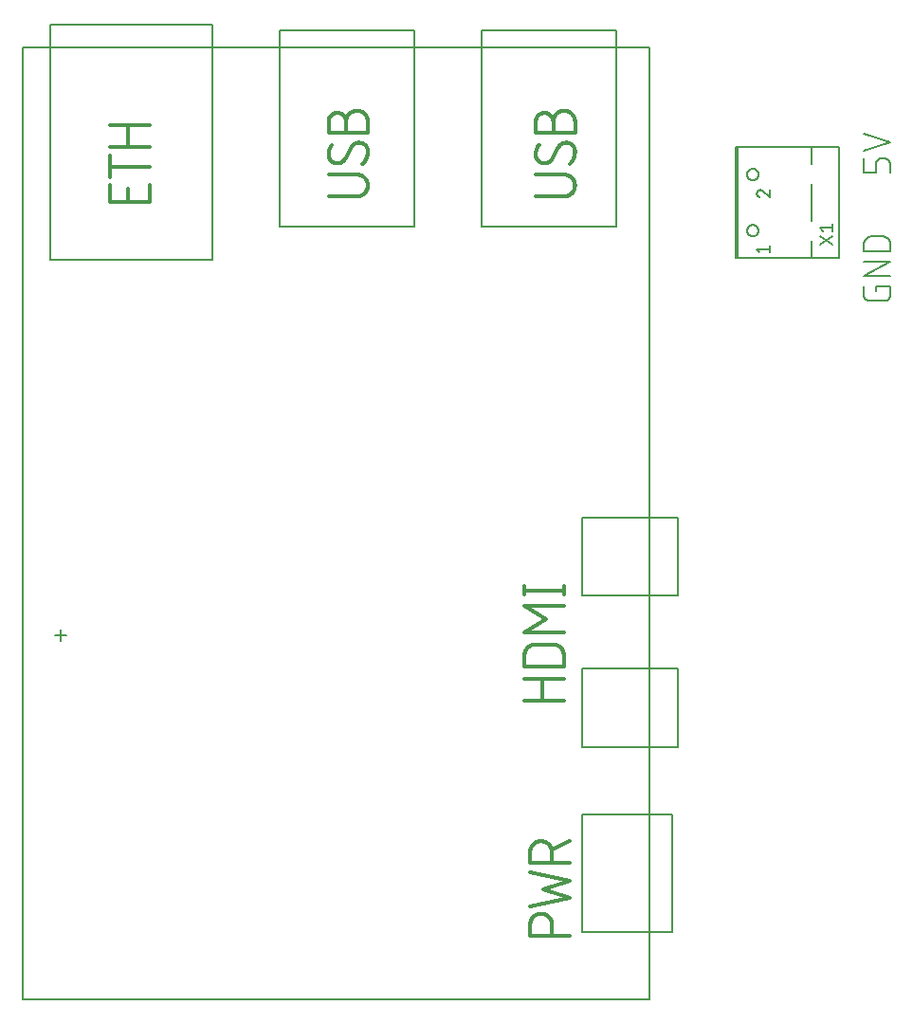
<source format=gbr>
G04 EAGLE Gerber RS-274X export*
G75*
%MOMM*%
%FSLAX34Y34*%
%LPD*%
%INSilkscreen Top*%
%IPPOS*%
%AMOC8*
5,1,8,0,0,1.08239X$1,22.5*%
G01*
%ADD10C,0.203200*%
%ADD11C,0.127000*%
%ADD12C,0.304800*%
%ADD13C,0.152400*%


D10*
X875284Y826516D02*
X875284Y834305D01*
X875282Y834448D01*
X875276Y834591D01*
X875266Y834734D01*
X875252Y834876D01*
X875235Y835018D01*
X875213Y835160D01*
X875188Y835301D01*
X875158Y835441D01*
X875125Y835580D01*
X875088Y835718D01*
X875047Y835855D01*
X875003Y835991D01*
X874954Y836126D01*
X874902Y836259D01*
X874847Y836391D01*
X874787Y836521D01*
X874724Y836650D01*
X874658Y836777D01*
X874588Y836902D01*
X874515Y837024D01*
X874438Y837145D01*
X874358Y837264D01*
X874275Y837380D01*
X874189Y837495D01*
X874100Y837606D01*
X874007Y837716D01*
X873912Y837822D01*
X873813Y837926D01*
X873712Y838027D01*
X873608Y838126D01*
X873502Y838221D01*
X873392Y838314D01*
X873281Y838403D01*
X873166Y838489D01*
X873050Y838572D01*
X872931Y838652D01*
X872810Y838729D01*
X872688Y838802D01*
X872563Y838872D01*
X872436Y838938D01*
X872307Y839001D01*
X872177Y839061D01*
X872045Y839116D01*
X871912Y839168D01*
X871777Y839217D01*
X871641Y839261D01*
X871504Y839302D01*
X871366Y839339D01*
X871227Y839372D01*
X871087Y839402D01*
X870946Y839427D01*
X870804Y839449D01*
X870662Y839466D01*
X870520Y839480D01*
X870377Y839490D01*
X870234Y839496D01*
X870091Y839498D01*
X867495Y839498D01*
X867352Y839496D01*
X867209Y839490D01*
X867066Y839480D01*
X866924Y839466D01*
X866782Y839449D01*
X866640Y839427D01*
X866499Y839402D01*
X866359Y839372D01*
X866220Y839339D01*
X866082Y839302D01*
X865945Y839261D01*
X865809Y839217D01*
X865674Y839168D01*
X865541Y839116D01*
X865409Y839061D01*
X865279Y839001D01*
X865150Y838938D01*
X865023Y838872D01*
X864899Y838802D01*
X864776Y838729D01*
X864655Y838652D01*
X864536Y838572D01*
X864420Y838489D01*
X864305Y838403D01*
X864194Y838314D01*
X864084Y838221D01*
X863978Y838126D01*
X863874Y838027D01*
X863773Y837926D01*
X863674Y837822D01*
X863579Y837716D01*
X863486Y837606D01*
X863397Y837495D01*
X863311Y837380D01*
X863228Y837264D01*
X863148Y837145D01*
X863071Y837024D01*
X862998Y836902D01*
X862928Y836777D01*
X862862Y836650D01*
X862799Y836521D01*
X862739Y836391D01*
X862684Y836259D01*
X862632Y836126D01*
X862583Y835991D01*
X862539Y835855D01*
X862498Y835718D01*
X862461Y835580D01*
X862428Y835441D01*
X862398Y835301D01*
X862373Y835160D01*
X862351Y835018D01*
X862334Y834876D01*
X862320Y834734D01*
X862310Y834591D01*
X862304Y834448D01*
X862302Y834305D01*
X862302Y826516D01*
X851916Y826516D01*
X851916Y839498D01*
X851916Y846097D02*
X875284Y853886D01*
X851916Y861675D01*
X862302Y725198D02*
X862302Y721304D01*
X862302Y725198D02*
X875284Y725198D01*
X875284Y717409D01*
X875282Y717266D01*
X875276Y717123D01*
X875266Y716980D01*
X875252Y716838D01*
X875235Y716696D01*
X875213Y716554D01*
X875188Y716413D01*
X875158Y716273D01*
X875125Y716134D01*
X875088Y715996D01*
X875047Y715859D01*
X875003Y715723D01*
X874954Y715588D01*
X874902Y715455D01*
X874847Y715323D01*
X874787Y715193D01*
X874724Y715064D01*
X874658Y714937D01*
X874588Y714813D01*
X874515Y714690D01*
X874438Y714569D01*
X874358Y714450D01*
X874275Y714334D01*
X874189Y714219D01*
X874100Y714108D01*
X874007Y713998D01*
X873912Y713892D01*
X873813Y713788D01*
X873712Y713687D01*
X873608Y713588D01*
X873502Y713493D01*
X873392Y713400D01*
X873281Y713311D01*
X873166Y713225D01*
X873050Y713142D01*
X872931Y713062D01*
X872810Y712985D01*
X872688Y712912D01*
X872563Y712842D01*
X872436Y712776D01*
X872307Y712713D01*
X872177Y712653D01*
X872045Y712598D01*
X871912Y712546D01*
X871777Y712497D01*
X871641Y712453D01*
X871504Y712412D01*
X871366Y712375D01*
X871227Y712342D01*
X871087Y712312D01*
X870946Y712287D01*
X870804Y712265D01*
X870662Y712248D01*
X870520Y712234D01*
X870377Y712224D01*
X870234Y712218D01*
X870091Y712216D01*
X857109Y712216D01*
X856966Y712218D01*
X856823Y712224D01*
X856680Y712234D01*
X856538Y712248D01*
X856396Y712265D01*
X856254Y712287D01*
X856113Y712312D01*
X855973Y712342D01*
X855834Y712375D01*
X855696Y712412D01*
X855559Y712453D01*
X855423Y712497D01*
X855288Y712546D01*
X855155Y712598D01*
X855023Y712653D01*
X854893Y712713D01*
X854764Y712776D01*
X854637Y712842D01*
X854513Y712912D01*
X854390Y712985D01*
X854269Y713062D01*
X854150Y713141D01*
X854034Y713225D01*
X853919Y713311D01*
X853808Y713400D01*
X853699Y713493D01*
X853592Y713588D01*
X853488Y713687D01*
X853387Y713788D01*
X853288Y713892D01*
X853193Y713998D01*
X853100Y714108D01*
X853011Y714219D01*
X852925Y714333D01*
X852842Y714450D01*
X852762Y714569D01*
X852685Y714690D01*
X852612Y714812D01*
X852542Y714937D01*
X852476Y715064D01*
X852413Y715193D01*
X852353Y715323D01*
X852298Y715455D01*
X852246Y715588D01*
X852197Y715723D01*
X852153Y715859D01*
X852112Y715996D01*
X852075Y716134D01*
X852042Y716273D01*
X852012Y716413D01*
X851987Y716554D01*
X851965Y716696D01*
X851948Y716838D01*
X851934Y716980D01*
X851924Y717123D01*
X851918Y717266D01*
X851916Y717409D01*
X851916Y725198D01*
X851916Y734487D02*
X875284Y734487D01*
X875284Y747469D02*
X851916Y734487D01*
X851916Y747469D02*
X875284Y747469D01*
X875284Y756757D02*
X851916Y756757D01*
X851916Y763248D01*
X851918Y763407D01*
X851924Y763566D01*
X851934Y763726D01*
X851947Y763884D01*
X851965Y764043D01*
X851986Y764200D01*
X852012Y764358D01*
X852041Y764514D01*
X852074Y764670D01*
X852111Y764825D01*
X852151Y764979D01*
X852196Y765132D01*
X852244Y765284D01*
X852295Y765435D01*
X852351Y765584D01*
X852410Y765732D01*
X852473Y765878D01*
X852539Y766023D01*
X852609Y766166D01*
X852682Y766308D01*
X852759Y766447D01*
X852839Y766585D01*
X852923Y766721D01*
X853010Y766854D01*
X853100Y766986D01*
X853193Y767115D01*
X853290Y767241D01*
X853389Y767366D01*
X853492Y767488D01*
X853597Y767607D01*
X853706Y767724D01*
X853817Y767838D01*
X853931Y767949D01*
X854048Y768058D01*
X854167Y768163D01*
X854289Y768266D01*
X854414Y768365D01*
X854540Y768462D01*
X854669Y768555D01*
X854801Y768645D01*
X854934Y768732D01*
X855070Y768816D01*
X855208Y768896D01*
X855347Y768973D01*
X855489Y769046D01*
X855632Y769116D01*
X855777Y769182D01*
X855923Y769245D01*
X856071Y769304D01*
X856220Y769360D01*
X856371Y769411D01*
X856523Y769459D01*
X856676Y769504D01*
X856830Y769544D01*
X856985Y769581D01*
X857141Y769614D01*
X857297Y769643D01*
X857455Y769669D01*
X857612Y769690D01*
X857771Y769708D01*
X857929Y769721D01*
X858089Y769731D01*
X858248Y769737D01*
X858407Y769739D01*
X858407Y769740D02*
X868793Y769740D01*
X868793Y769739D02*
X868952Y769737D01*
X869111Y769731D01*
X869271Y769721D01*
X869429Y769708D01*
X869588Y769690D01*
X869745Y769669D01*
X869903Y769643D01*
X870059Y769614D01*
X870215Y769581D01*
X870370Y769544D01*
X870524Y769504D01*
X870677Y769459D01*
X870829Y769411D01*
X870980Y769360D01*
X871129Y769304D01*
X871277Y769245D01*
X871423Y769182D01*
X871568Y769116D01*
X871711Y769046D01*
X871853Y768973D01*
X871992Y768896D01*
X872130Y768816D01*
X872266Y768732D01*
X872399Y768645D01*
X872531Y768555D01*
X872660Y768462D01*
X872786Y768365D01*
X872911Y768266D01*
X873033Y768163D01*
X873152Y768058D01*
X873269Y767949D01*
X873383Y767838D01*
X873494Y767724D01*
X873603Y767607D01*
X873708Y767488D01*
X873811Y767366D01*
X873910Y767241D01*
X874007Y767115D01*
X874100Y766986D01*
X874190Y766854D01*
X874277Y766721D01*
X874361Y766585D01*
X874441Y766447D01*
X874518Y766308D01*
X874591Y766166D01*
X874661Y766023D01*
X874727Y765878D01*
X874790Y765732D01*
X874849Y765584D01*
X874905Y765435D01*
X874956Y765284D01*
X875005Y765132D01*
X875049Y764979D01*
X875089Y764825D01*
X875126Y764670D01*
X875159Y764514D01*
X875188Y764358D01*
X875214Y764200D01*
X875235Y764043D01*
X875253Y763884D01*
X875266Y763725D01*
X875276Y763566D01*
X875282Y763407D01*
X875284Y763248D01*
X875284Y756757D01*
D11*
X660400Y938900D02*
X660400Y88900D01*
X660400Y938900D02*
X100400Y938900D01*
X100400Y88900D01*
X660400Y88900D01*
X125400Y748900D02*
X125400Y958900D01*
X125400Y748900D02*
X270400Y748900D01*
X270400Y958900D01*
X125400Y958900D01*
X330400Y953900D02*
X450400Y953900D01*
X330400Y953900D02*
X330400Y778900D01*
X450400Y778900D01*
X450400Y953900D01*
X510400Y953900D02*
X630400Y953900D01*
X510400Y953900D02*
X510400Y778900D01*
X630400Y778900D01*
X630400Y953900D01*
D12*
X399139Y805424D02*
X373824Y805424D01*
X399139Y805424D02*
X399376Y805427D01*
X399613Y805436D01*
X399850Y805450D01*
X400086Y805470D01*
X400322Y805496D01*
X400557Y805528D01*
X400791Y805565D01*
X401024Y805608D01*
X401256Y805657D01*
X401487Y805711D01*
X401716Y805771D01*
X401944Y805837D01*
X402170Y805908D01*
X402395Y805984D01*
X402617Y806066D01*
X402838Y806154D01*
X403056Y806247D01*
X403272Y806345D01*
X403485Y806448D01*
X403696Y806556D01*
X403904Y806670D01*
X404110Y806788D01*
X404312Y806912D01*
X404512Y807040D01*
X404708Y807174D01*
X404901Y807312D01*
X405090Y807454D01*
X405276Y807601D01*
X405458Y807753D01*
X405637Y807909D01*
X405811Y808070D01*
X405982Y808234D01*
X406149Y808403D01*
X406311Y808575D01*
X406469Y808752D01*
X406623Y808933D01*
X406773Y809117D01*
X406918Y809304D01*
X407058Y809495D01*
X407194Y809690D01*
X407324Y809888D01*
X407450Y810089D01*
X407571Y810293D01*
X407688Y810499D01*
X407799Y810709D01*
X407904Y810921D01*
X408005Y811136D01*
X408100Y811353D01*
X408190Y811572D01*
X408275Y811794D01*
X408354Y812017D01*
X408428Y812242D01*
X408497Y812470D01*
X408559Y812698D01*
X408617Y812928D01*
X408668Y813160D01*
X408714Y813392D01*
X408754Y813626D01*
X408789Y813861D01*
X408818Y814096D01*
X408841Y814332D01*
X408858Y814569D01*
X408870Y814805D01*
X408875Y815042D01*
X408875Y815280D01*
X408870Y815517D01*
X408858Y815753D01*
X408841Y815990D01*
X408818Y816226D01*
X408789Y816461D01*
X408754Y816696D01*
X408714Y816930D01*
X408668Y817162D01*
X408617Y817394D01*
X408559Y817624D01*
X408497Y817852D01*
X408428Y818080D01*
X408354Y818305D01*
X408275Y818528D01*
X408190Y818750D01*
X408100Y818969D01*
X408005Y819186D01*
X407904Y819401D01*
X407799Y819613D01*
X407688Y819823D01*
X407571Y820030D01*
X407450Y820233D01*
X407324Y820434D01*
X407194Y820632D01*
X407058Y820827D01*
X406918Y821018D01*
X406773Y821205D01*
X406623Y821389D01*
X406469Y821570D01*
X406311Y821747D01*
X406149Y821919D01*
X405982Y822088D01*
X405811Y822252D01*
X405637Y822413D01*
X405458Y822569D01*
X405276Y822721D01*
X405090Y822868D01*
X404901Y823010D01*
X404708Y823148D01*
X404512Y823282D01*
X404312Y823410D01*
X404110Y823534D01*
X403904Y823652D01*
X403696Y823766D01*
X403485Y823874D01*
X403272Y823977D01*
X403056Y824075D01*
X402838Y824168D01*
X402617Y824256D01*
X402395Y824338D01*
X402170Y824414D01*
X401944Y824485D01*
X401716Y824551D01*
X401487Y824611D01*
X401256Y824665D01*
X401024Y824714D01*
X400791Y824757D01*
X400557Y824794D01*
X400322Y824826D01*
X400086Y824852D01*
X399850Y824872D01*
X399613Y824886D01*
X399376Y824895D01*
X399139Y824898D01*
X399139Y824897D02*
X373824Y824897D01*
X401087Y853472D02*
X401275Y853470D01*
X401463Y853463D01*
X401651Y853452D01*
X401839Y853436D01*
X402026Y853415D01*
X402212Y853390D01*
X402398Y853361D01*
X402583Y853327D01*
X402768Y853288D01*
X402951Y853246D01*
X403133Y853198D01*
X403314Y853147D01*
X403494Y853091D01*
X403672Y853030D01*
X403849Y852966D01*
X404024Y852897D01*
X404198Y852824D01*
X404369Y852747D01*
X404539Y852665D01*
X404707Y852580D01*
X404872Y852490D01*
X405036Y852397D01*
X405197Y852300D01*
X405355Y852198D01*
X405512Y852093D01*
X405665Y851984D01*
X405816Y851872D01*
X405964Y851756D01*
X406110Y851636D01*
X406252Y851513D01*
X406391Y851387D01*
X406528Y851257D01*
X406661Y851124D01*
X406791Y850987D01*
X406917Y850848D01*
X407040Y850706D01*
X407160Y850560D01*
X407276Y850412D01*
X407388Y850261D01*
X407497Y850108D01*
X407602Y849951D01*
X407704Y849793D01*
X407801Y849632D01*
X407894Y849468D01*
X407984Y849303D01*
X408069Y849135D01*
X408151Y848965D01*
X408228Y848794D01*
X408301Y848620D01*
X408370Y848445D01*
X408434Y848268D01*
X408495Y848090D01*
X408551Y847910D01*
X408602Y847729D01*
X408650Y847547D01*
X408692Y847364D01*
X408731Y847179D01*
X408765Y846994D01*
X408794Y846808D01*
X408819Y846622D01*
X408840Y846435D01*
X408856Y846247D01*
X408867Y846059D01*
X408874Y845871D01*
X408876Y845683D01*
X408871Y845289D01*
X408857Y844896D01*
X408834Y844503D01*
X408801Y844111D01*
X408758Y843719D01*
X408707Y843329D01*
X408646Y842940D01*
X408575Y842552D01*
X408496Y842167D01*
X408407Y841783D01*
X408309Y841402D01*
X408202Y841023D01*
X408086Y840647D01*
X407961Y840274D01*
X407828Y839903D01*
X407685Y839536D01*
X407533Y839173D01*
X407373Y838813D01*
X407205Y838457D01*
X407028Y838106D01*
X406842Y837759D01*
X406648Y837416D01*
X406447Y837078D01*
X406237Y836745D01*
X406019Y836417D01*
X405793Y836094D01*
X405560Y835777D01*
X405319Y835465D01*
X405071Y835160D01*
X404816Y834860D01*
X404553Y834567D01*
X404284Y834280D01*
X404008Y833999D01*
X381613Y834973D02*
X381425Y834975D01*
X381237Y834982D01*
X381049Y834993D01*
X380861Y835009D01*
X380674Y835030D01*
X380488Y835055D01*
X380302Y835084D01*
X380117Y835118D01*
X379932Y835157D01*
X379749Y835199D01*
X379567Y835247D01*
X379386Y835298D01*
X379206Y835354D01*
X379028Y835415D01*
X378851Y835479D01*
X378676Y835548D01*
X378502Y835621D01*
X378331Y835698D01*
X378161Y835780D01*
X377993Y835865D01*
X377828Y835955D01*
X377664Y836048D01*
X377503Y836145D01*
X377345Y836247D01*
X377188Y836352D01*
X377035Y836461D01*
X376884Y836573D01*
X376736Y836689D01*
X376590Y836809D01*
X376448Y836932D01*
X376309Y837058D01*
X376172Y837188D01*
X376039Y837321D01*
X375909Y837458D01*
X375783Y837597D01*
X375660Y837739D01*
X375540Y837885D01*
X375424Y838033D01*
X375312Y838184D01*
X375203Y838337D01*
X375098Y838494D01*
X374996Y838652D01*
X374899Y838813D01*
X374806Y838977D01*
X374716Y839142D01*
X374631Y839310D01*
X374549Y839480D01*
X374472Y839651D01*
X374399Y839825D01*
X374330Y840000D01*
X374266Y840177D01*
X374205Y840355D01*
X374149Y840535D01*
X374098Y840716D01*
X374050Y840898D01*
X374008Y841081D01*
X373969Y841266D01*
X373935Y841451D01*
X373906Y841637D01*
X373881Y841823D01*
X373860Y842010D01*
X373844Y842198D01*
X373833Y842386D01*
X373826Y842574D01*
X373824Y842762D01*
X373828Y843110D01*
X373841Y843458D01*
X373861Y843805D01*
X373890Y844152D01*
X373928Y844498D01*
X373973Y844843D01*
X374027Y845187D01*
X374089Y845530D01*
X374159Y845871D01*
X374237Y846210D01*
X374323Y846547D01*
X374417Y846882D01*
X374519Y847215D01*
X374630Y847545D01*
X374747Y847873D01*
X374873Y848197D01*
X375006Y848519D01*
X375147Y848837D01*
X375296Y849152D01*
X375452Y849463D01*
X375615Y849770D01*
X375786Y850074D01*
X375964Y850373D01*
X376149Y850668D01*
X376341Y850958D01*
X376539Y851244D01*
X376745Y851525D01*
X388429Y838868D02*
X388330Y838704D01*
X388227Y838543D01*
X388120Y838385D01*
X388010Y838229D01*
X387895Y838076D01*
X387777Y837926D01*
X387656Y837778D01*
X387531Y837634D01*
X387402Y837493D01*
X387271Y837354D01*
X387135Y837219D01*
X386997Y837088D01*
X386855Y836959D01*
X386711Y836835D01*
X386563Y836713D01*
X386413Y836596D01*
X386260Y836481D01*
X386104Y836371D01*
X385945Y836265D01*
X385784Y836162D01*
X385621Y836063D01*
X385455Y835968D01*
X385287Y835878D01*
X385116Y835791D01*
X384944Y835709D01*
X384770Y835630D01*
X384594Y835556D01*
X384416Y835486D01*
X384237Y835421D01*
X384056Y835360D01*
X383873Y835303D01*
X383690Y835250D01*
X383505Y835203D01*
X383319Y835159D01*
X383132Y835120D01*
X382944Y835086D01*
X382755Y835056D01*
X382566Y835031D01*
X382376Y835010D01*
X382186Y834994D01*
X381995Y834982D01*
X381804Y834975D01*
X381613Y834973D01*
X394271Y849577D02*
X394370Y849741D01*
X394473Y849902D01*
X394580Y850060D01*
X394690Y850216D01*
X394805Y850369D01*
X394923Y850519D01*
X395044Y850667D01*
X395169Y850811D01*
X395298Y850952D01*
X395430Y851091D01*
X395565Y851226D01*
X395703Y851357D01*
X395845Y851486D01*
X395989Y851610D01*
X396137Y851732D01*
X396287Y851849D01*
X396440Y851964D01*
X396596Y852074D01*
X396755Y852180D01*
X396916Y852283D01*
X397079Y852382D01*
X397245Y852477D01*
X397413Y852567D01*
X397584Y852654D01*
X397756Y852736D01*
X397930Y852815D01*
X398106Y852889D01*
X398284Y852959D01*
X398463Y853024D01*
X398644Y853085D01*
X398827Y853142D01*
X399010Y853195D01*
X399195Y853242D01*
X399381Y853286D01*
X399568Y853325D01*
X399756Y853359D01*
X399945Y853389D01*
X400134Y853414D01*
X400324Y853435D01*
X400514Y853451D01*
X400705Y853463D01*
X400896Y853470D01*
X401087Y853472D01*
X394271Y849578D02*
X388429Y838867D01*
X389403Y862503D02*
X389403Y872240D01*
X389402Y872240D02*
X389405Y872477D01*
X389414Y872714D01*
X389428Y872951D01*
X389448Y873187D01*
X389474Y873423D01*
X389506Y873658D01*
X389543Y873892D01*
X389586Y874125D01*
X389635Y874357D01*
X389689Y874588D01*
X389749Y874817D01*
X389815Y875045D01*
X389886Y875271D01*
X389962Y875496D01*
X390044Y875718D01*
X390132Y875939D01*
X390225Y876157D01*
X390323Y876373D01*
X390426Y876586D01*
X390534Y876797D01*
X390648Y877005D01*
X390766Y877211D01*
X390890Y877413D01*
X391018Y877613D01*
X391152Y877809D01*
X391290Y878002D01*
X391432Y878191D01*
X391579Y878377D01*
X391731Y878559D01*
X391887Y878738D01*
X392048Y878912D01*
X392212Y879083D01*
X392381Y879250D01*
X392553Y879412D01*
X392730Y879570D01*
X392911Y879724D01*
X393095Y879874D01*
X393282Y880019D01*
X393473Y880159D01*
X393668Y880295D01*
X393866Y880425D01*
X394067Y880551D01*
X394271Y880672D01*
X394477Y880789D01*
X394687Y880900D01*
X394899Y881005D01*
X395114Y881106D01*
X395331Y881201D01*
X395550Y881291D01*
X395772Y881376D01*
X395995Y881455D01*
X396220Y881529D01*
X396448Y881598D01*
X396676Y881660D01*
X396906Y881718D01*
X397138Y881769D01*
X397370Y881815D01*
X397604Y881855D01*
X397839Y881890D01*
X398074Y881919D01*
X398310Y881942D01*
X398547Y881959D01*
X398783Y881971D01*
X399020Y881976D01*
X399258Y881976D01*
X399495Y881971D01*
X399731Y881959D01*
X399968Y881942D01*
X400204Y881919D01*
X400439Y881890D01*
X400674Y881855D01*
X400908Y881815D01*
X401140Y881769D01*
X401372Y881718D01*
X401602Y881660D01*
X401830Y881598D01*
X402058Y881529D01*
X402283Y881455D01*
X402506Y881376D01*
X402728Y881291D01*
X402947Y881201D01*
X403164Y881106D01*
X403379Y881005D01*
X403591Y880900D01*
X403801Y880789D01*
X404008Y880672D01*
X404211Y880551D01*
X404412Y880425D01*
X404610Y880295D01*
X404805Y880159D01*
X404996Y880019D01*
X405183Y879874D01*
X405367Y879724D01*
X405548Y879570D01*
X405725Y879412D01*
X405897Y879250D01*
X406066Y879083D01*
X406230Y878912D01*
X406391Y878738D01*
X406547Y878559D01*
X406699Y878377D01*
X406846Y878191D01*
X406988Y878002D01*
X407126Y877809D01*
X407260Y877613D01*
X407388Y877413D01*
X407512Y877211D01*
X407630Y877005D01*
X407744Y876797D01*
X407852Y876586D01*
X407955Y876373D01*
X408053Y876157D01*
X408146Y875939D01*
X408234Y875718D01*
X408316Y875496D01*
X408392Y875271D01*
X408463Y875045D01*
X408529Y874817D01*
X408589Y874588D01*
X408643Y874357D01*
X408692Y874125D01*
X408735Y873892D01*
X408772Y873658D01*
X408804Y873423D01*
X408830Y873187D01*
X408850Y872951D01*
X408864Y872714D01*
X408873Y872477D01*
X408876Y872240D01*
X408876Y862503D01*
X373824Y862503D01*
X373824Y872240D01*
X373826Y872430D01*
X373833Y872619D01*
X373845Y872809D01*
X373861Y872998D01*
X373882Y873186D01*
X373907Y873374D01*
X373937Y873561D01*
X373971Y873748D01*
X374010Y873934D01*
X374054Y874118D01*
X374102Y874302D01*
X374154Y874484D01*
X374211Y874665D01*
X374272Y874844D01*
X374338Y875022D01*
X374408Y875199D01*
X374482Y875373D01*
X374560Y875546D01*
X374643Y875717D01*
X374730Y875886D01*
X374821Y876052D01*
X374915Y876216D01*
X375014Y876378D01*
X375117Y876538D01*
X375224Y876695D01*
X375334Y876849D01*
X375448Y877000D01*
X375566Y877149D01*
X375687Y877295D01*
X375812Y877438D01*
X375940Y877577D01*
X376072Y877714D01*
X376207Y877847D01*
X376345Y877977D01*
X376486Y878104D01*
X376631Y878227D01*
X376778Y878347D01*
X376928Y878462D01*
X377081Y878575D01*
X377237Y878683D01*
X377395Y878788D01*
X377555Y878889D01*
X377719Y878985D01*
X377884Y879078D01*
X378052Y879167D01*
X378221Y879252D01*
X378393Y879332D01*
X378567Y879409D01*
X378742Y879481D01*
X378919Y879548D01*
X379098Y879612D01*
X379278Y879671D01*
X379460Y879726D01*
X379643Y879776D01*
X379827Y879821D01*
X380012Y879863D01*
X380198Y879899D01*
X380385Y879932D01*
X380573Y879959D01*
X380761Y879982D01*
X380950Y880001D01*
X381139Y880015D01*
X381329Y880024D01*
X381518Y880028D01*
X381708Y880028D01*
X381897Y880024D01*
X382087Y880015D01*
X382276Y880001D01*
X382465Y879982D01*
X382653Y879959D01*
X382841Y879932D01*
X383028Y879899D01*
X383214Y879863D01*
X383399Y879821D01*
X383583Y879776D01*
X383766Y879726D01*
X383948Y879671D01*
X384128Y879612D01*
X384307Y879548D01*
X384484Y879481D01*
X384659Y879409D01*
X384833Y879332D01*
X385005Y879252D01*
X385174Y879167D01*
X385342Y879078D01*
X385508Y878985D01*
X385671Y878889D01*
X385831Y878788D01*
X385989Y878683D01*
X386145Y878575D01*
X386298Y878462D01*
X386448Y878347D01*
X386595Y878227D01*
X386740Y878104D01*
X386881Y877977D01*
X387019Y877847D01*
X387154Y877714D01*
X387286Y877577D01*
X387414Y877438D01*
X387539Y877295D01*
X387660Y877149D01*
X387778Y877000D01*
X387892Y876849D01*
X388002Y876695D01*
X388109Y876538D01*
X388212Y876378D01*
X388311Y876216D01*
X388405Y876052D01*
X388496Y875886D01*
X388583Y875717D01*
X388666Y875546D01*
X388744Y875373D01*
X388818Y875199D01*
X388888Y875022D01*
X388954Y874844D01*
X389015Y874665D01*
X389072Y874484D01*
X389124Y874302D01*
X389172Y874118D01*
X389216Y873934D01*
X389255Y873748D01*
X389289Y873561D01*
X389319Y873374D01*
X389344Y873186D01*
X389365Y872998D01*
X389381Y872809D01*
X389393Y872619D01*
X389400Y872430D01*
X389402Y872240D01*
X558824Y805424D02*
X584139Y805424D01*
X584376Y805427D01*
X584613Y805436D01*
X584850Y805450D01*
X585086Y805470D01*
X585322Y805496D01*
X585557Y805528D01*
X585791Y805565D01*
X586024Y805608D01*
X586256Y805657D01*
X586487Y805711D01*
X586716Y805771D01*
X586944Y805837D01*
X587170Y805908D01*
X587395Y805984D01*
X587617Y806066D01*
X587838Y806154D01*
X588056Y806247D01*
X588272Y806345D01*
X588485Y806448D01*
X588696Y806556D01*
X588904Y806670D01*
X589110Y806788D01*
X589312Y806912D01*
X589512Y807040D01*
X589708Y807174D01*
X589901Y807312D01*
X590090Y807454D01*
X590276Y807601D01*
X590458Y807753D01*
X590637Y807909D01*
X590811Y808070D01*
X590982Y808234D01*
X591149Y808403D01*
X591311Y808575D01*
X591469Y808752D01*
X591623Y808933D01*
X591773Y809117D01*
X591918Y809304D01*
X592058Y809495D01*
X592194Y809690D01*
X592324Y809888D01*
X592450Y810089D01*
X592571Y810293D01*
X592688Y810499D01*
X592799Y810709D01*
X592904Y810921D01*
X593005Y811136D01*
X593100Y811353D01*
X593190Y811572D01*
X593275Y811794D01*
X593354Y812017D01*
X593428Y812242D01*
X593497Y812470D01*
X593559Y812698D01*
X593617Y812928D01*
X593668Y813160D01*
X593714Y813392D01*
X593754Y813626D01*
X593789Y813861D01*
X593818Y814096D01*
X593841Y814332D01*
X593858Y814569D01*
X593870Y814805D01*
X593875Y815042D01*
X593875Y815280D01*
X593870Y815517D01*
X593858Y815753D01*
X593841Y815990D01*
X593818Y816226D01*
X593789Y816461D01*
X593754Y816696D01*
X593714Y816930D01*
X593668Y817162D01*
X593617Y817394D01*
X593559Y817624D01*
X593497Y817852D01*
X593428Y818080D01*
X593354Y818305D01*
X593275Y818528D01*
X593190Y818750D01*
X593100Y818969D01*
X593005Y819186D01*
X592904Y819401D01*
X592799Y819613D01*
X592688Y819823D01*
X592571Y820030D01*
X592450Y820233D01*
X592324Y820434D01*
X592194Y820632D01*
X592058Y820827D01*
X591918Y821018D01*
X591773Y821205D01*
X591623Y821389D01*
X591469Y821570D01*
X591311Y821747D01*
X591149Y821919D01*
X590982Y822088D01*
X590811Y822252D01*
X590637Y822413D01*
X590458Y822569D01*
X590276Y822721D01*
X590090Y822868D01*
X589901Y823010D01*
X589708Y823148D01*
X589512Y823282D01*
X589312Y823410D01*
X589110Y823534D01*
X588904Y823652D01*
X588696Y823766D01*
X588485Y823874D01*
X588272Y823977D01*
X588056Y824075D01*
X587838Y824168D01*
X587617Y824256D01*
X587395Y824338D01*
X587170Y824414D01*
X586944Y824485D01*
X586716Y824551D01*
X586487Y824611D01*
X586256Y824665D01*
X586024Y824714D01*
X585791Y824757D01*
X585557Y824794D01*
X585322Y824826D01*
X585086Y824852D01*
X584850Y824872D01*
X584613Y824886D01*
X584376Y824895D01*
X584139Y824898D01*
X584139Y824897D02*
X558824Y824897D01*
X586087Y853472D02*
X586275Y853470D01*
X586463Y853463D01*
X586651Y853452D01*
X586839Y853436D01*
X587026Y853415D01*
X587212Y853390D01*
X587398Y853361D01*
X587583Y853327D01*
X587768Y853288D01*
X587951Y853246D01*
X588133Y853198D01*
X588314Y853147D01*
X588494Y853091D01*
X588672Y853030D01*
X588849Y852966D01*
X589024Y852897D01*
X589198Y852824D01*
X589369Y852747D01*
X589539Y852665D01*
X589707Y852580D01*
X589872Y852490D01*
X590036Y852397D01*
X590197Y852300D01*
X590355Y852198D01*
X590512Y852093D01*
X590665Y851984D01*
X590816Y851872D01*
X590964Y851756D01*
X591110Y851636D01*
X591252Y851513D01*
X591391Y851387D01*
X591528Y851257D01*
X591661Y851124D01*
X591791Y850987D01*
X591917Y850848D01*
X592040Y850706D01*
X592160Y850560D01*
X592276Y850412D01*
X592388Y850261D01*
X592497Y850108D01*
X592602Y849951D01*
X592704Y849793D01*
X592801Y849632D01*
X592894Y849468D01*
X592984Y849303D01*
X593069Y849135D01*
X593151Y848965D01*
X593228Y848794D01*
X593301Y848620D01*
X593370Y848445D01*
X593434Y848268D01*
X593495Y848090D01*
X593551Y847910D01*
X593602Y847729D01*
X593650Y847547D01*
X593692Y847364D01*
X593731Y847179D01*
X593765Y846994D01*
X593794Y846808D01*
X593819Y846622D01*
X593840Y846435D01*
X593856Y846247D01*
X593867Y846059D01*
X593874Y845871D01*
X593876Y845683D01*
X593871Y845289D01*
X593857Y844896D01*
X593834Y844503D01*
X593801Y844111D01*
X593758Y843719D01*
X593707Y843329D01*
X593646Y842940D01*
X593575Y842552D01*
X593496Y842167D01*
X593407Y841783D01*
X593309Y841402D01*
X593202Y841023D01*
X593086Y840647D01*
X592961Y840274D01*
X592828Y839903D01*
X592685Y839536D01*
X592533Y839173D01*
X592373Y838813D01*
X592205Y838457D01*
X592028Y838106D01*
X591842Y837759D01*
X591648Y837416D01*
X591447Y837078D01*
X591237Y836745D01*
X591019Y836417D01*
X590793Y836094D01*
X590560Y835777D01*
X590319Y835465D01*
X590071Y835160D01*
X589816Y834860D01*
X589553Y834567D01*
X589284Y834280D01*
X589008Y833999D01*
X566613Y834973D02*
X566425Y834975D01*
X566237Y834982D01*
X566049Y834993D01*
X565861Y835009D01*
X565674Y835030D01*
X565488Y835055D01*
X565302Y835084D01*
X565117Y835118D01*
X564932Y835157D01*
X564749Y835199D01*
X564567Y835247D01*
X564386Y835298D01*
X564206Y835354D01*
X564028Y835415D01*
X563851Y835479D01*
X563676Y835548D01*
X563502Y835621D01*
X563331Y835698D01*
X563161Y835780D01*
X562993Y835865D01*
X562828Y835955D01*
X562664Y836048D01*
X562503Y836145D01*
X562345Y836247D01*
X562188Y836352D01*
X562035Y836461D01*
X561884Y836573D01*
X561736Y836689D01*
X561590Y836809D01*
X561448Y836932D01*
X561309Y837058D01*
X561172Y837188D01*
X561039Y837321D01*
X560909Y837458D01*
X560783Y837597D01*
X560660Y837739D01*
X560540Y837885D01*
X560424Y838033D01*
X560312Y838184D01*
X560203Y838337D01*
X560098Y838494D01*
X559996Y838652D01*
X559899Y838813D01*
X559806Y838977D01*
X559716Y839142D01*
X559631Y839310D01*
X559549Y839480D01*
X559472Y839651D01*
X559399Y839825D01*
X559330Y840000D01*
X559266Y840177D01*
X559205Y840355D01*
X559149Y840535D01*
X559098Y840716D01*
X559050Y840898D01*
X559008Y841081D01*
X558969Y841266D01*
X558935Y841451D01*
X558906Y841637D01*
X558881Y841823D01*
X558860Y842010D01*
X558844Y842198D01*
X558833Y842386D01*
X558826Y842574D01*
X558824Y842762D01*
X558828Y843110D01*
X558841Y843458D01*
X558861Y843805D01*
X558890Y844152D01*
X558928Y844498D01*
X558973Y844843D01*
X559027Y845187D01*
X559089Y845530D01*
X559159Y845871D01*
X559237Y846210D01*
X559323Y846547D01*
X559417Y846882D01*
X559519Y847215D01*
X559630Y847545D01*
X559747Y847873D01*
X559873Y848197D01*
X560006Y848519D01*
X560147Y848837D01*
X560296Y849152D01*
X560452Y849463D01*
X560615Y849770D01*
X560786Y850074D01*
X560964Y850373D01*
X561149Y850668D01*
X561341Y850958D01*
X561539Y851244D01*
X561745Y851525D01*
X573429Y838868D02*
X573330Y838704D01*
X573227Y838543D01*
X573120Y838385D01*
X573010Y838229D01*
X572895Y838076D01*
X572777Y837926D01*
X572656Y837778D01*
X572531Y837634D01*
X572402Y837493D01*
X572271Y837354D01*
X572135Y837219D01*
X571997Y837088D01*
X571855Y836959D01*
X571711Y836835D01*
X571563Y836713D01*
X571413Y836596D01*
X571260Y836481D01*
X571104Y836371D01*
X570945Y836265D01*
X570784Y836162D01*
X570621Y836063D01*
X570455Y835968D01*
X570287Y835878D01*
X570116Y835791D01*
X569944Y835709D01*
X569770Y835630D01*
X569594Y835556D01*
X569416Y835486D01*
X569237Y835421D01*
X569056Y835360D01*
X568873Y835303D01*
X568690Y835250D01*
X568505Y835203D01*
X568319Y835159D01*
X568132Y835120D01*
X567944Y835086D01*
X567755Y835056D01*
X567566Y835031D01*
X567376Y835010D01*
X567186Y834994D01*
X566995Y834982D01*
X566804Y834975D01*
X566613Y834973D01*
X579271Y849577D02*
X579370Y849741D01*
X579473Y849902D01*
X579580Y850060D01*
X579690Y850216D01*
X579805Y850369D01*
X579923Y850519D01*
X580044Y850667D01*
X580169Y850811D01*
X580298Y850952D01*
X580430Y851091D01*
X580565Y851226D01*
X580703Y851357D01*
X580845Y851486D01*
X580989Y851610D01*
X581137Y851732D01*
X581287Y851849D01*
X581440Y851964D01*
X581596Y852074D01*
X581755Y852180D01*
X581916Y852283D01*
X582079Y852382D01*
X582245Y852477D01*
X582413Y852567D01*
X582584Y852654D01*
X582756Y852736D01*
X582930Y852815D01*
X583106Y852889D01*
X583284Y852959D01*
X583463Y853024D01*
X583644Y853085D01*
X583827Y853142D01*
X584010Y853195D01*
X584195Y853242D01*
X584381Y853286D01*
X584568Y853325D01*
X584756Y853359D01*
X584945Y853389D01*
X585134Y853414D01*
X585324Y853435D01*
X585514Y853451D01*
X585705Y853463D01*
X585896Y853470D01*
X586087Y853472D01*
X579271Y849578D02*
X573429Y838867D01*
X574403Y862503D02*
X574403Y872240D01*
X574402Y872240D02*
X574405Y872477D01*
X574414Y872714D01*
X574428Y872951D01*
X574448Y873187D01*
X574474Y873423D01*
X574506Y873658D01*
X574543Y873892D01*
X574586Y874125D01*
X574635Y874357D01*
X574689Y874588D01*
X574749Y874817D01*
X574815Y875045D01*
X574886Y875271D01*
X574962Y875496D01*
X575044Y875718D01*
X575132Y875939D01*
X575225Y876157D01*
X575323Y876373D01*
X575426Y876586D01*
X575534Y876797D01*
X575648Y877005D01*
X575766Y877211D01*
X575890Y877413D01*
X576018Y877613D01*
X576152Y877809D01*
X576290Y878002D01*
X576432Y878191D01*
X576579Y878377D01*
X576731Y878559D01*
X576887Y878738D01*
X577048Y878912D01*
X577212Y879083D01*
X577381Y879250D01*
X577553Y879412D01*
X577730Y879570D01*
X577911Y879724D01*
X578095Y879874D01*
X578282Y880019D01*
X578473Y880159D01*
X578668Y880295D01*
X578866Y880425D01*
X579067Y880551D01*
X579271Y880672D01*
X579477Y880789D01*
X579687Y880900D01*
X579899Y881005D01*
X580114Y881106D01*
X580331Y881201D01*
X580550Y881291D01*
X580772Y881376D01*
X580995Y881455D01*
X581220Y881529D01*
X581448Y881598D01*
X581676Y881660D01*
X581906Y881718D01*
X582138Y881769D01*
X582370Y881815D01*
X582604Y881855D01*
X582839Y881890D01*
X583074Y881919D01*
X583310Y881942D01*
X583547Y881959D01*
X583783Y881971D01*
X584020Y881976D01*
X584258Y881976D01*
X584495Y881971D01*
X584731Y881959D01*
X584968Y881942D01*
X585204Y881919D01*
X585439Y881890D01*
X585674Y881855D01*
X585908Y881815D01*
X586140Y881769D01*
X586372Y881718D01*
X586602Y881660D01*
X586830Y881598D01*
X587058Y881529D01*
X587283Y881455D01*
X587506Y881376D01*
X587728Y881291D01*
X587947Y881201D01*
X588164Y881106D01*
X588379Y881005D01*
X588591Y880900D01*
X588801Y880789D01*
X589008Y880672D01*
X589211Y880551D01*
X589412Y880425D01*
X589610Y880295D01*
X589805Y880159D01*
X589996Y880019D01*
X590183Y879874D01*
X590367Y879724D01*
X590548Y879570D01*
X590725Y879412D01*
X590897Y879250D01*
X591066Y879083D01*
X591230Y878912D01*
X591391Y878738D01*
X591547Y878559D01*
X591699Y878377D01*
X591846Y878191D01*
X591988Y878002D01*
X592126Y877809D01*
X592260Y877613D01*
X592388Y877413D01*
X592512Y877211D01*
X592630Y877005D01*
X592744Y876797D01*
X592852Y876586D01*
X592955Y876373D01*
X593053Y876157D01*
X593146Y875939D01*
X593234Y875718D01*
X593316Y875496D01*
X593392Y875271D01*
X593463Y875045D01*
X593529Y874817D01*
X593589Y874588D01*
X593643Y874357D01*
X593692Y874125D01*
X593735Y873892D01*
X593772Y873658D01*
X593804Y873423D01*
X593830Y873187D01*
X593850Y872951D01*
X593864Y872714D01*
X593873Y872477D01*
X593876Y872240D01*
X593876Y862503D01*
X558824Y862503D01*
X558824Y872240D01*
X558826Y872430D01*
X558833Y872619D01*
X558845Y872809D01*
X558861Y872998D01*
X558882Y873186D01*
X558907Y873374D01*
X558937Y873561D01*
X558971Y873748D01*
X559010Y873934D01*
X559054Y874118D01*
X559102Y874302D01*
X559154Y874484D01*
X559211Y874665D01*
X559272Y874844D01*
X559338Y875022D01*
X559408Y875199D01*
X559482Y875373D01*
X559560Y875546D01*
X559643Y875717D01*
X559730Y875886D01*
X559821Y876052D01*
X559915Y876216D01*
X560014Y876378D01*
X560117Y876538D01*
X560224Y876695D01*
X560334Y876849D01*
X560448Y877000D01*
X560566Y877149D01*
X560687Y877295D01*
X560812Y877438D01*
X560940Y877577D01*
X561072Y877714D01*
X561207Y877847D01*
X561345Y877977D01*
X561486Y878104D01*
X561631Y878227D01*
X561778Y878347D01*
X561928Y878462D01*
X562081Y878575D01*
X562237Y878683D01*
X562395Y878788D01*
X562555Y878889D01*
X562719Y878985D01*
X562884Y879078D01*
X563052Y879167D01*
X563221Y879252D01*
X563393Y879332D01*
X563567Y879409D01*
X563742Y879481D01*
X563919Y879548D01*
X564098Y879612D01*
X564278Y879671D01*
X564460Y879726D01*
X564643Y879776D01*
X564827Y879821D01*
X565012Y879863D01*
X565198Y879899D01*
X565385Y879932D01*
X565573Y879959D01*
X565761Y879982D01*
X565950Y880001D01*
X566139Y880015D01*
X566329Y880024D01*
X566518Y880028D01*
X566708Y880028D01*
X566897Y880024D01*
X567087Y880015D01*
X567276Y880001D01*
X567465Y879982D01*
X567653Y879959D01*
X567841Y879932D01*
X568028Y879899D01*
X568214Y879863D01*
X568399Y879821D01*
X568583Y879776D01*
X568766Y879726D01*
X568948Y879671D01*
X569128Y879612D01*
X569307Y879548D01*
X569484Y879481D01*
X569659Y879409D01*
X569833Y879332D01*
X570005Y879252D01*
X570174Y879167D01*
X570342Y879078D01*
X570508Y878985D01*
X570671Y878889D01*
X570831Y878788D01*
X570989Y878683D01*
X571145Y878575D01*
X571298Y878462D01*
X571448Y878347D01*
X571595Y878227D01*
X571740Y878104D01*
X571881Y877977D01*
X572019Y877847D01*
X572154Y877714D01*
X572286Y877577D01*
X572414Y877438D01*
X572539Y877295D01*
X572660Y877149D01*
X572778Y877000D01*
X572892Y876849D01*
X573002Y876695D01*
X573109Y876538D01*
X573212Y876378D01*
X573311Y876216D01*
X573405Y876052D01*
X573496Y875886D01*
X573583Y875717D01*
X573666Y875546D01*
X573744Y875373D01*
X573818Y875199D01*
X573888Y875022D01*
X573954Y874844D01*
X574015Y874665D01*
X574072Y874484D01*
X574124Y874302D01*
X574172Y874118D01*
X574216Y873934D01*
X574255Y873748D01*
X574289Y873561D01*
X574319Y873374D01*
X574344Y873186D01*
X574365Y872998D01*
X574381Y872809D01*
X574393Y872619D01*
X574400Y872430D01*
X574402Y872240D01*
X213876Y816003D02*
X213876Y800424D01*
X178824Y800424D01*
X178824Y816003D01*
X194403Y812108D02*
X194403Y800424D01*
X178824Y832082D02*
X213876Y832082D01*
X178824Y822346D02*
X178824Y841819D01*
X178824Y849968D02*
X213876Y849968D01*
X194403Y849968D02*
X194403Y869441D01*
X178824Y869441D02*
X213876Y869441D01*
D11*
X600400Y148900D02*
X680400Y148900D01*
X680400Y253900D01*
X600400Y253900D01*
X600400Y148900D01*
X600400Y313900D02*
X685400Y313900D01*
X685400Y383900D01*
X600400Y383900D01*
X600400Y313900D01*
X600400Y448900D02*
X685400Y448900D01*
X685400Y518900D01*
X600400Y518900D01*
X600400Y448900D01*
D12*
X588876Y145424D02*
X553824Y145424D01*
X553824Y155161D01*
X553827Y155398D01*
X553836Y155635D01*
X553850Y155872D01*
X553870Y156108D01*
X553896Y156344D01*
X553928Y156579D01*
X553965Y156813D01*
X554008Y157046D01*
X554057Y157278D01*
X554111Y157509D01*
X554171Y157738D01*
X554237Y157966D01*
X554308Y158192D01*
X554384Y158417D01*
X554466Y158639D01*
X554554Y158860D01*
X554647Y159078D01*
X554745Y159294D01*
X554848Y159507D01*
X554956Y159718D01*
X555070Y159926D01*
X555188Y160132D01*
X555312Y160334D01*
X555440Y160534D01*
X555574Y160730D01*
X555712Y160923D01*
X555854Y161112D01*
X556001Y161298D01*
X556153Y161480D01*
X556309Y161659D01*
X556470Y161833D01*
X556634Y162004D01*
X556803Y162171D01*
X556975Y162333D01*
X557152Y162491D01*
X557333Y162645D01*
X557517Y162795D01*
X557704Y162940D01*
X557895Y163080D01*
X558090Y163216D01*
X558288Y163346D01*
X558489Y163472D01*
X558693Y163593D01*
X558899Y163710D01*
X559109Y163821D01*
X559321Y163926D01*
X559536Y164027D01*
X559753Y164122D01*
X559972Y164212D01*
X560194Y164297D01*
X560417Y164376D01*
X560642Y164450D01*
X560870Y164519D01*
X561098Y164581D01*
X561328Y164639D01*
X561560Y164690D01*
X561792Y164736D01*
X562026Y164776D01*
X562261Y164811D01*
X562496Y164840D01*
X562732Y164863D01*
X562969Y164880D01*
X563205Y164892D01*
X563442Y164897D01*
X563680Y164897D01*
X563917Y164892D01*
X564153Y164880D01*
X564390Y164863D01*
X564626Y164840D01*
X564861Y164811D01*
X565096Y164776D01*
X565330Y164736D01*
X565562Y164690D01*
X565794Y164639D01*
X566024Y164581D01*
X566252Y164519D01*
X566480Y164450D01*
X566705Y164376D01*
X566928Y164297D01*
X567150Y164212D01*
X567369Y164122D01*
X567586Y164027D01*
X567801Y163926D01*
X568013Y163821D01*
X568223Y163710D01*
X568430Y163593D01*
X568633Y163472D01*
X568834Y163346D01*
X569032Y163216D01*
X569227Y163080D01*
X569418Y162940D01*
X569605Y162795D01*
X569789Y162645D01*
X569970Y162491D01*
X570147Y162333D01*
X570319Y162171D01*
X570488Y162004D01*
X570652Y161833D01*
X570813Y161659D01*
X570969Y161480D01*
X571121Y161298D01*
X571268Y161112D01*
X571410Y160923D01*
X571548Y160730D01*
X571682Y160534D01*
X571810Y160334D01*
X571934Y160132D01*
X572052Y159926D01*
X572166Y159718D01*
X572274Y159507D01*
X572377Y159294D01*
X572475Y159078D01*
X572568Y158860D01*
X572656Y158639D01*
X572738Y158417D01*
X572814Y158192D01*
X572885Y157966D01*
X572951Y157738D01*
X573011Y157509D01*
X573065Y157278D01*
X573114Y157046D01*
X573157Y156813D01*
X573194Y156579D01*
X573226Y156344D01*
X573252Y156108D01*
X573272Y155872D01*
X573286Y155635D01*
X573295Y155398D01*
X573298Y155161D01*
X573297Y155161D02*
X573297Y145424D01*
X553824Y171085D02*
X588876Y178874D01*
X565508Y186664D01*
X588876Y194453D01*
X553824Y202242D01*
X553824Y210234D02*
X588876Y210234D01*
X553824Y210234D02*
X553824Y219971D01*
X553827Y220208D01*
X553836Y220445D01*
X553850Y220682D01*
X553870Y220918D01*
X553896Y221154D01*
X553928Y221389D01*
X553965Y221623D01*
X554008Y221856D01*
X554057Y222088D01*
X554111Y222319D01*
X554171Y222548D01*
X554237Y222776D01*
X554308Y223002D01*
X554384Y223227D01*
X554466Y223449D01*
X554554Y223670D01*
X554647Y223888D01*
X554745Y224104D01*
X554848Y224317D01*
X554956Y224528D01*
X555070Y224736D01*
X555188Y224942D01*
X555312Y225144D01*
X555440Y225344D01*
X555574Y225540D01*
X555712Y225733D01*
X555854Y225922D01*
X556001Y226108D01*
X556153Y226290D01*
X556309Y226469D01*
X556470Y226643D01*
X556634Y226814D01*
X556803Y226981D01*
X556975Y227143D01*
X557152Y227301D01*
X557333Y227455D01*
X557517Y227605D01*
X557704Y227750D01*
X557895Y227890D01*
X558090Y228026D01*
X558288Y228156D01*
X558489Y228282D01*
X558693Y228403D01*
X558899Y228520D01*
X559109Y228631D01*
X559321Y228736D01*
X559536Y228837D01*
X559753Y228932D01*
X559972Y229022D01*
X560194Y229107D01*
X560417Y229186D01*
X560642Y229260D01*
X560870Y229329D01*
X561098Y229391D01*
X561328Y229449D01*
X561560Y229500D01*
X561792Y229546D01*
X562026Y229586D01*
X562261Y229621D01*
X562496Y229650D01*
X562732Y229673D01*
X562969Y229690D01*
X563205Y229702D01*
X563442Y229707D01*
X563680Y229707D01*
X563917Y229702D01*
X564153Y229690D01*
X564390Y229673D01*
X564626Y229650D01*
X564861Y229621D01*
X565096Y229586D01*
X565330Y229546D01*
X565562Y229500D01*
X565794Y229449D01*
X566024Y229391D01*
X566252Y229329D01*
X566480Y229260D01*
X566705Y229186D01*
X566928Y229107D01*
X567150Y229022D01*
X567369Y228932D01*
X567586Y228837D01*
X567801Y228736D01*
X568013Y228631D01*
X568223Y228520D01*
X568430Y228403D01*
X568633Y228282D01*
X568834Y228156D01*
X569032Y228026D01*
X569227Y227890D01*
X569418Y227750D01*
X569605Y227605D01*
X569789Y227455D01*
X569970Y227301D01*
X570147Y227143D01*
X570319Y226981D01*
X570488Y226814D01*
X570652Y226643D01*
X570813Y226469D01*
X570969Y226290D01*
X571121Y226108D01*
X571268Y225922D01*
X571410Y225733D01*
X571548Y225540D01*
X571682Y225344D01*
X571810Y225144D01*
X571934Y224942D01*
X572052Y224736D01*
X572166Y224528D01*
X572274Y224317D01*
X572377Y224104D01*
X572475Y223888D01*
X572568Y223670D01*
X572656Y223449D01*
X572738Y223227D01*
X572814Y223002D01*
X572885Y222776D01*
X572951Y222548D01*
X573011Y222319D01*
X573065Y222088D01*
X573114Y221856D01*
X573157Y221623D01*
X573194Y221389D01*
X573226Y221154D01*
X573252Y220918D01*
X573272Y220682D01*
X573286Y220445D01*
X573295Y220208D01*
X573298Y219971D01*
X573297Y219971D02*
X573297Y210234D01*
X573297Y221918D02*
X588876Y229708D01*
X583876Y355424D02*
X548824Y355424D01*
X564403Y355424D02*
X564403Y374897D01*
X548824Y374897D02*
X583876Y374897D01*
X583876Y385904D02*
X548824Y385904D01*
X548824Y395641D01*
X548827Y395876D01*
X548835Y396111D01*
X548850Y396346D01*
X548869Y396581D01*
X548895Y396815D01*
X548926Y397048D01*
X548963Y397280D01*
X549005Y397512D01*
X549053Y397742D01*
X549107Y397971D01*
X549166Y398199D01*
X549231Y398425D01*
X549301Y398650D01*
X549376Y398873D01*
X549457Y399094D01*
X549543Y399313D01*
X549634Y399530D01*
X549731Y399744D01*
X549832Y399956D01*
X549939Y400166D01*
X550051Y400373D01*
X550168Y400577D01*
X550290Y400779D01*
X550416Y400977D01*
X550548Y401172D01*
X550684Y401364D01*
X550824Y401553D01*
X550969Y401738D01*
X551119Y401920D01*
X551273Y402098D01*
X551431Y402272D01*
X551593Y402442D01*
X551760Y402609D01*
X551930Y402771D01*
X552104Y402929D01*
X552282Y403083D01*
X552464Y403233D01*
X552649Y403378D01*
X552838Y403518D01*
X553030Y403654D01*
X553225Y403786D01*
X553423Y403912D01*
X553625Y404034D01*
X553829Y404151D01*
X554036Y404263D01*
X554246Y404370D01*
X554458Y404471D01*
X554672Y404568D01*
X554889Y404659D01*
X555108Y404745D01*
X555329Y404826D01*
X555552Y404901D01*
X555777Y404971D01*
X556003Y405036D01*
X556231Y405095D01*
X556460Y405149D01*
X556690Y405197D01*
X556922Y405239D01*
X557154Y405276D01*
X557387Y405307D01*
X557621Y405333D01*
X557856Y405352D01*
X558091Y405367D01*
X558326Y405375D01*
X558561Y405378D01*
X558561Y405377D02*
X574139Y405377D01*
X574139Y405378D02*
X574374Y405375D01*
X574609Y405367D01*
X574844Y405352D01*
X575079Y405333D01*
X575313Y405307D01*
X575546Y405276D01*
X575778Y405239D01*
X576010Y405197D01*
X576240Y405149D01*
X576469Y405095D01*
X576697Y405036D01*
X576923Y404971D01*
X577148Y404901D01*
X577371Y404826D01*
X577592Y404745D01*
X577811Y404659D01*
X578028Y404568D01*
X578242Y404471D01*
X578454Y404370D01*
X578664Y404263D01*
X578871Y404151D01*
X579075Y404034D01*
X579277Y403912D01*
X579475Y403786D01*
X579670Y403654D01*
X579862Y403518D01*
X580051Y403378D01*
X580236Y403233D01*
X580418Y403083D01*
X580596Y402929D01*
X580770Y402771D01*
X580940Y402609D01*
X581107Y402442D01*
X581269Y402272D01*
X581427Y402098D01*
X581581Y401920D01*
X581731Y401738D01*
X581876Y401553D01*
X582016Y401364D01*
X582152Y401172D01*
X582284Y400977D01*
X582410Y400779D01*
X582532Y400577D01*
X582649Y400373D01*
X582761Y400166D01*
X582868Y399956D01*
X582969Y399744D01*
X583066Y399530D01*
X583157Y399313D01*
X583243Y399094D01*
X583324Y398873D01*
X583399Y398650D01*
X583469Y398425D01*
X583534Y398199D01*
X583593Y397971D01*
X583647Y397742D01*
X583695Y397512D01*
X583737Y397280D01*
X583774Y397048D01*
X583805Y396815D01*
X583831Y396581D01*
X583850Y396346D01*
X583865Y396111D01*
X583873Y395876D01*
X583876Y395641D01*
X583876Y385904D01*
X583876Y416342D02*
X548824Y416342D01*
X568297Y428026D01*
X548824Y439710D01*
X583876Y439710D01*
X583876Y453743D02*
X548824Y453743D01*
X583876Y449849D02*
X583876Y457638D01*
X548824Y457638D02*
X548824Y449849D01*
D11*
X134620Y419100D02*
X134620Y408940D01*
X129540Y414020D02*
X139700Y414020D01*
D13*
X829310Y750210D02*
X829310Y850030D01*
X739390Y850030D02*
X737360Y850030D01*
X737360Y750210D01*
X805430Y750210D02*
X829310Y750210D01*
X805430Y750210D02*
X805430Y766210D01*
X805430Y783990D02*
X805430Y816250D01*
X805430Y834030D02*
X805430Y850030D01*
X805430Y750210D02*
X739390Y750210D01*
X805430Y850030D02*
X829310Y850030D01*
X739390Y850030D02*
X739390Y750210D01*
X737360Y750210D01*
X739390Y850030D02*
X805430Y850030D01*
X747522Y775100D02*
X747524Y775242D01*
X747530Y775385D01*
X747540Y775527D01*
X747554Y775669D01*
X747572Y775810D01*
X747594Y775951D01*
X747620Y776091D01*
X747649Y776230D01*
X747683Y776369D01*
X747721Y776506D01*
X747762Y776643D01*
X747807Y776778D01*
X747856Y776912D01*
X747909Y777044D01*
X747965Y777175D01*
X748025Y777304D01*
X748089Y777432D01*
X748156Y777557D01*
X748227Y777681D01*
X748301Y777803D01*
X748378Y777922D01*
X748459Y778040D01*
X748543Y778155D01*
X748630Y778267D01*
X748721Y778377D01*
X748814Y778485D01*
X748911Y778590D01*
X749010Y778692D01*
X749112Y778791D01*
X749217Y778888D01*
X749325Y778981D01*
X749435Y779072D01*
X749547Y779159D01*
X749662Y779243D01*
X749780Y779324D01*
X749899Y779401D01*
X750021Y779475D01*
X750145Y779546D01*
X750270Y779613D01*
X750398Y779677D01*
X750527Y779737D01*
X750658Y779793D01*
X750790Y779846D01*
X750924Y779895D01*
X751059Y779940D01*
X751196Y779981D01*
X751333Y780019D01*
X751472Y780053D01*
X751611Y780082D01*
X751751Y780108D01*
X751892Y780130D01*
X752033Y780148D01*
X752175Y780162D01*
X752317Y780172D01*
X752460Y780178D01*
X752602Y780180D01*
X752744Y780178D01*
X752887Y780172D01*
X753029Y780162D01*
X753171Y780148D01*
X753312Y780130D01*
X753453Y780108D01*
X753593Y780082D01*
X753732Y780053D01*
X753871Y780019D01*
X754008Y779981D01*
X754145Y779940D01*
X754280Y779895D01*
X754414Y779846D01*
X754546Y779793D01*
X754677Y779737D01*
X754806Y779677D01*
X754934Y779613D01*
X755059Y779546D01*
X755183Y779475D01*
X755305Y779401D01*
X755424Y779324D01*
X755542Y779243D01*
X755657Y779159D01*
X755769Y779072D01*
X755879Y778981D01*
X755987Y778888D01*
X756092Y778791D01*
X756194Y778692D01*
X756293Y778590D01*
X756390Y778485D01*
X756483Y778377D01*
X756574Y778267D01*
X756661Y778155D01*
X756745Y778040D01*
X756826Y777922D01*
X756903Y777803D01*
X756977Y777681D01*
X757048Y777557D01*
X757115Y777432D01*
X757179Y777304D01*
X757239Y777175D01*
X757295Y777044D01*
X757348Y776912D01*
X757397Y776778D01*
X757442Y776643D01*
X757483Y776506D01*
X757521Y776369D01*
X757555Y776230D01*
X757584Y776091D01*
X757610Y775951D01*
X757632Y775810D01*
X757650Y775669D01*
X757664Y775527D01*
X757674Y775385D01*
X757680Y775242D01*
X757682Y775100D01*
X757680Y774958D01*
X757674Y774815D01*
X757664Y774673D01*
X757650Y774531D01*
X757632Y774390D01*
X757610Y774249D01*
X757584Y774109D01*
X757555Y773970D01*
X757521Y773831D01*
X757483Y773694D01*
X757442Y773557D01*
X757397Y773422D01*
X757348Y773288D01*
X757295Y773156D01*
X757239Y773025D01*
X757179Y772896D01*
X757115Y772768D01*
X757048Y772643D01*
X756977Y772519D01*
X756903Y772397D01*
X756826Y772278D01*
X756745Y772160D01*
X756661Y772045D01*
X756574Y771933D01*
X756483Y771823D01*
X756390Y771715D01*
X756293Y771610D01*
X756194Y771508D01*
X756092Y771409D01*
X755987Y771312D01*
X755879Y771219D01*
X755769Y771128D01*
X755657Y771041D01*
X755542Y770957D01*
X755424Y770876D01*
X755305Y770799D01*
X755183Y770725D01*
X755059Y770654D01*
X754934Y770587D01*
X754806Y770523D01*
X754677Y770463D01*
X754546Y770407D01*
X754414Y770354D01*
X754280Y770305D01*
X754145Y770260D01*
X754008Y770219D01*
X753871Y770181D01*
X753732Y770147D01*
X753593Y770118D01*
X753453Y770092D01*
X753312Y770070D01*
X753171Y770052D01*
X753029Y770038D01*
X752887Y770028D01*
X752744Y770022D01*
X752602Y770020D01*
X752460Y770022D01*
X752317Y770028D01*
X752175Y770038D01*
X752033Y770052D01*
X751892Y770070D01*
X751751Y770092D01*
X751611Y770118D01*
X751472Y770147D01*
X751333Y770181D01*
X751196Y770219D01*
X751059Y770260D01*
X750924Y770305D01*
X750790Y770354D01*
X750658Y770407D01*
X750527Y770463D01*
X750398Y770523D01*
X750270Y770587D01*
X750145Y770654D01*
X750021Y770725D01*
X749899Y770799D01*
X749780Y770876D01*
X749662Y770957D01*
X749547Y771041D01*
X749435Y771128D01*
X749325Y771219D01*
X749217Y771312D01*
X749112Y771409D01*
X749010Y771508D01*
X748911Y771610D01*
X748814Y771715D01*
X748721Y771823D01*
X748630Y771933D01*
X748543Y772045D01*
X748459Y772160D01*
X748378Y772278D01*
X748301Y772397D01*
X748227Y772519D01*
X748156Y772643D01*
X748089Y772768D01*
X748025Y772896D01*
X747965Y773025D01*
X747909Y773156D01*
X747856Y773288D01*
X747807Y773422D01*
X747762Y773557D01*
X747721Y773694D01*
X747683Y773831D01*
X747649Y773970D01*
X747620Y774109D01*
X747594Y774249D01*
X747572Y774390D01*
X747554Y774531D01*
X747540Y774673D01*
X747530Y774815D01*
X747524Y774958D01*
X747522Y775100D01*
X747522Y825138D02*
X747524Y825280D01*
X747530Y825423D01*
X747540Y825565D01*
X747554Y825707D01*
X747572Y825848D01*
X747594Y825989D01*
X747620Y826129D01*
X747649Y826268D01*
X747683Y826407D01*
X747721Y826544D01*
X747762Y826681D01*
X747807Y826816D01*
X747856Y826950D01*
X747909Y827082D01*
X747965Y827213D01*
X748025Y827342D01*
X748089Y827470D01*
X748156Y827595D01*
X748227Y827719D01*
X748301Y827841D01*
X748378Y827960D01*
X748459Y828078D01*
X748543Y828193D01*
X748630Y828305D01*
X748721Y828415D01*
X748814Y828523D01*
X748911Y828628D01*
X749010Y828730D01*
X749112Y828829D01*
X749217Y828926D01*
X749325Y829019D01*
X749435Y829110D01*
X749547Y829197D01*
X749662Y829281D01*
X749780Y829362D01*
X749899Y829439D01*
X750021Y829513D01*
X750145Y829584D01*
X750270Y829651D01*
X750398Y829715D01*
X750527Y829775D01*
X750658Y829831D01*
X750790Y829884D01*
X750924Y829933D01*
X751059Y829978D01*
X751196Y830019D01*
X751333Y830057D01*
X751472Y830091D01*
X751611Y830120D01*
X751751Y830146D01*
X751892Y830168D01*
X752033Y830186D01*
X752175Y830200D01*
X752317Y830210D01*
X752460Y830216D01*
X752602Y830218D01*
X752744Y830216D01*
X752887Y830210D01*
X753029Y830200D01*
X753171Y830186D01*
X753312Y830168D01*
X753453Y830146D01*
X753593Y830120D01*
X753732Y830091D01*
X753871Y830057D01*
X754008Y830019D01*
X754145Y829978D01*
X754280Y829933D01*
X754414Y829884D01*
X754546Y829831D01*
X754677Y829775D01*
X754806Y829715D01*
X754934Y829651D01*
X755059Y829584D01*
X755183Y829513D01*
X755305Y829439D01*
X755424Y829362D01*
X755542Y829281D01*
X755657Y829197D01*
X755769Y829110D01*
X755879Y829019D01*
X755987Y828926D01*
X756092Y828829D01*
X756194Y828730D01*
X756293Y828628D01*
X756390Y828523D01*
X756483Y828415D01*
X756574Y828305D01*
X756661Y828193D01*
X756745Y828078D01*
X756826Y827960D01*
X756903Y827841D01*
X756977Y827719D01*
X757048Y827595D01*
X757115Y827470D01*
X757179Y827342D01*
X757239Y827213D01*
X757295Y827082D01*
X757348Y826950D01*
X757397Y826816D01*
X757442Y826681D01*
X757483Y826544D01*
X757521Y826407D01*
X757555Y826268D01*
X757584Y826129D01*
X757610Y825989D01*
X757632Y825848D01*
X757650Y825707D01*
X757664Y825565D01*
X757674Y825423D01*
X757680Y825280D01*
X757682Y825138D01*
X757680Y824996D01*
X757674Y824853D01*
X757664Y824711D01*
X757650Y824569D01*
X757632Y824428D01*
X757610Y824287D01*
X757584Y824147D01*
X757555Y824008D01*
X757521Y823869D01*
X757483Y823732D01*
X757442Y823595D01*
X757397Y823460D01*
X757348Y823326D01*
X757295Y823194D01*
X757239Y823063D01*
X757179Y822934D01*
X757115Y822806D01*
X757048Y822681D01*
X756977Y822557D01*
X756903Y822435D01*
X756826Y822316D01*
X756745Y822198D01*
X756661Y822083D01*
X756574Y821971D01*
X756483Y821861D01*
X756390Y821753D01*
X756293Y821648D01*
X756194Y821546D01*
X756092Y821447D01*
X755987Y821350D01*
X755879Y821257D01*
X755769Y821166D01*
X755657Y821079D01*
X755542Y820995D01*
X755424Y820914D01*
X755305Y820837D01*
X755183Y820763D01*
X755059Y820692D01*
X754934Y820625D01*
X754806Y820561D01*
X754677Y820501D01*
X754546Y820445D01*
X754414Y820392D01*
X754280Y820343D01*
X754145Y820298D01*
X754008Y820257D01*
X753871Y820219D01*
X753732Y820185D01*
X753593Y820156D01*
X753453Y820130D01*
X753312Y820108D01*
X753171Y820090D01*
X753029Y820076D01*
X752887Y820066D01*
X752744Y820060D01*
X752602Y820058D01*
X752460Y820060D01*
X752317Y820066D01*
X752175Y820076D01*
X752033Y820090D01*
X751892Y820108D01*
X751751Y820130D01*
X751611Y820156D01*
X751472Y820185D01*
X751333Y820219D01*
X751196Y820257D01*
X751059Y820298D01*
X750924Y820343D01*
X750790Y820392D01*
X750658Y820445D01*
X750527Y820501D01*
X750398Y820561D01*
X750270Y820625D01*
X750145Y820692D01*
X750021Y820763D01*
X749899Y820837D01*
X749780Y820914D01*
X749662Y820995D01*
X749547Y821079D01*
X749435Y821166D01*
X749325Y821257D01*
X749217Y821350D01*
X749112Y821447D01*
X749010Y821546D01*
X748911Y821648D01*
X748814Y821753D01*
X748721Y821861D01*
X748630Y821971D01*
X748543Y822083D01*
X748459Y822198D01*
X748378Y822316D01*
X748301Y822435D01*
X748227Y822557D01*
X748156Y822681D01*
X748089Y822806D01*
X748025Y822934D01*
X747965Y823063D01*
X747909Y823194D01*
X747856Y823326D01*
X747807Y823460D01*
X747762Y823595D01*
X747721Y823732D01*
X747683Y823869D01*
X747649Y824008D01*
X747620Y824147D01*
X747594Y824287D01*
X747572Y824428D01*
X747554Y824569D01*
X747540Y824711D01*
X747530Y824853D01*
X747524Y824996D01*
X747522Y825138D01*
D11*
X756285Y758590D02*
X758825Y755415D01*
X756285Y758590D02*
X767715Y758590D01*
X767715Y755415D02*
X767715Y761765D01*
X756285Y808438D02*
X756287Y808542D01*
X756293Y808647D01*
X756302Y808751D01*
X756315Y808854D01*
X756333Y808957D01*
X756353Y809059D01*
X756378Y809161D01*
X756406Y809261D01*
X756438Y809361D01*
X756474Y809459D01*
X756513Y809556D01*
X756555Y809651D01*
X756601Y809745D01*
X756651Y809837D01*
X756703Y809927D01*
X756759Y810015D01*
X756819Y810101D01*
X756881Y810185D01*
X756946Y810266D01*
X757014Y810345D01*
X757086Y810422D01*
X757159Y810495D01*
X757236Y810567D01*
X757315Y810635D01*
X757396Y810700D01*
X757480Y810762D01*
X757566Y810822D01*
X757654Y810878D01*
X757744Y810930D01*
X757836Y810980D01*
X757930Y811026D01*
X758025Y811068D01*
X758122Y811107D01*
X758220Y811143D01*
X758320Y811175D01*
X758420Y811203D01*
X758522Y811228D01*
X758624Y811248D01*
X758727Y811266D01*
X758830Y811279D01*
X758934Y811288D01*
X759039Y811294D01*
X759143Y811296D01*
X756285Y808438D02*
X756287Y808320D01*
X756293Y808201D01*
X756302Y808083D01*
X756315Y807966D01*
X756333Y807849D01*
X756353Y807732D01*
X756378Y807616D01*
X756406Y807501D01*
X756439Y807388D01*
X756474Y807275D01*
X756514Y807163D01*
X756556Y807053D01*
X756603Y806944D01*
X756653Y806836D01*
X756706Y806731D01*
X756763Y806627D01*
X756823Y806525D01*
X756886Y806425D01*
X756953Y806327D01*
X757022Y806231D01*
X757095Y806138D01*
X757171Y806047D01*
X757249Y805958D01*
X757331Y805872D01*
X757415Y805789D01*
X757501Y805708D01*
X757591Y805631D01*
X757682Y805556D01*
X757776Y805484D01*
X757873Y805415D01*
X757971Y805350D01*
X758072Y805287D01*
X758175Y805228D01*
X758279Y805172D01*
X758385Y805120D01*
X758493Y805071D01*
X758602Y805026D01*
X758713Y804984D01*
X758825Y804946D01*
X761365Y810343D02*
X761290Y810419D01*
X761211Y810494D01*
X761130Y810565D01*
X761046Y810634D01*
X760960Y810699D01*
X760872Y810761D01*
X760782Y810821D01*
X760690Y810877D01*
X760595Y810930D01*
X760499Y810979D01*
X760401Y811025D01*
X760302Y811068D01*
X760201Y811107D01*
X760099Y811142D01*
X759996Y811174D01*
X759892Y811202D01*
X759787Y811227D01*
X759680Y811248D01*
X759574Y811265D01*
X759467Y811278D01*
X759359Y811287D01*
X759251Y811293D01*
X759143Y811295D01*
X761365Y810343D02*
X767715Y804945D01*
X767715Y811295D01*
X812673Y769893D02*
X824103Y762273D01*
X824103Y769893D02*
X812673Y762273D01*
X815213Y774338D02*
X812673Y777513D01*
X824103Y777513D01*
X824103Y774338D02*
X824103Y780688D01*
M02*

</source>
